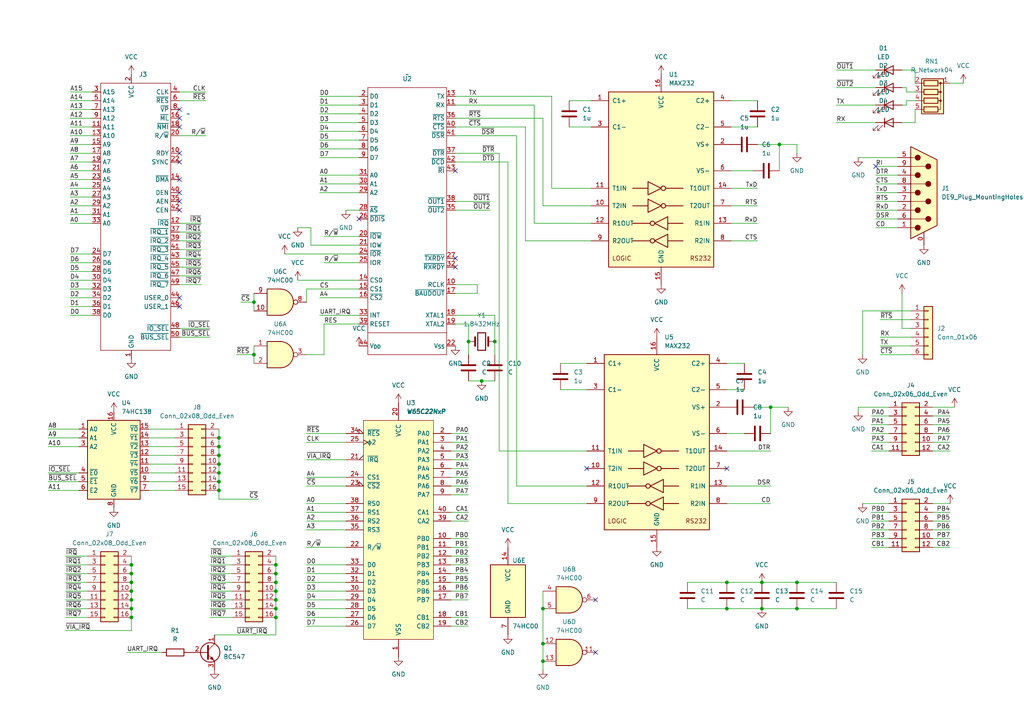
<source format=kicad_sch>
(kicad_sch (version 20230121) (generator eeschema)
  (paper "A4")
  (title_block (date "2023-12-28") (rev "B"))
  (junction (at 38.1 163.83))
  (junction (at 210.82 176.53))
  (junction (at 80.01 168.91))
  (junction (at 80.01 163.83))
  (junction (at 63.5 142.24))
  (junction (at 63.5 129.54))
  (junction (at 38.1 179.07))
  (junction (at 38.1 166.37))
  (junction (at 223.52 118.11))
  (junction (at 157.48 176.53))
  (junction (at 63.5 137.16))
  (junction (at 80.01 176.53))
  (junction (at 63.5 127))
  (junction (at 210.82 168.91))
  (junction (at 73.66 102.87))
  (junction (at 139.7 110.49))
  (junction (at 157.48 191.77))
  (junction (at 80.01 171.45))
  (junction (at 63.5 134.62))
  (junction (at 38.1 168.91))
  (junction (at 38.1 171.45))
  (junction (at 143.51 99.06))
  (junction (at 38.1 173.99))
  (junction (at 220.98 168.91))
  (junction (at 38.1 176.53))
  (junction (at 63.5 139.7))
  (junction (at 220.98 176.53))
  (junction (at 80.01 173.99))
  (junction (at 63.5 132.08))
  (junction (at 231.14 168.91))
  (junction (at 226.06 41.91))
  (junction (at 73.66 87.63))
  (junction (at 80.01 179.07))
  (junction (at 231.14 176.53))
  (junction (at 80.01 166.37))
  (junction (at 135.89 99.06))
  (junction (at 157.48 186.69))
  (no_connect (at 52.07 60.96))
  (no_connect (at 52.07 36.83))
  (no_connect (at 52.07 44.45))
  (no_connect (at 52.07 86.36))
  (no_connect (at 172.72 173.99))
  (no_connect (at 132.08 49.53))
  (no_connect (at 52.07 31.75))
  (no_connect (at 170.18 135.89))
  (no_connect (at 104.14 63.5))
  (no_connect (at 254 48.26))
  (no_connect (at 52.07 52.07))
  (no_connect (at 132.08 77.47))
  (no_connect (at 52.07 88.9))
  (no_connect (at 52.07 58.42))
  (no_connect (at 52.07 34.29))
  (no_connect (at 132.08 74.93))
  (no_connect (at 52.07 46.99))
  (no_connect (at 210.82 135.89))
  (no_connect (at 172.72 189.23))
  (no_connect (at 52.07 55.88))
  (wire (pts (xy 170.18 140.97) (xy 149.86 140.97)))
  (wire (pts (xy 250.19 146.05) (xy 257.81 146.05)))
  (wire (pts (xy 88.9 140.97) (xy 100.33 140.97)))
  (wire (pts (xy 19.05 166.37) (xy 25.4 166.37)))
  (wire (pts (xy 20.32 86.36) (xy 26.67 86.36)))
  (wire (pts (xy 261.62 85.09) (xy 261.62 95.25)))
  (wire (pts (xy 143.51 91.44) (xy 143.51 99.06)))
  (wire (pts (xy 210.82 176.53) (xy 220.98 176.53)))
  (wire (pts (xy 50.8 132.08) (xy 43.18 132.08)))
  (wire (pts (xy 132.08 27.94) (xy 160.02 27.94)))
  (wire (pts (xy 60.96 163.83) (xy 67.31 163.83)))
  (wire (pts (xy 92.71 35.56) (xy 104.14 35.56)))
  (wire (pts (xy 135.89 138.43) (xy 130.81 138.43)))
  (wire (pts (xy 135.89 110.49) (xy 139.7 110.49)))
  (wire (pts (xy 20.32 59.69) (xy 26.67 59.69)))
  (wire (pts (xy 223.52 146.05) (xy 210.82 146.05)))
  (wire (pts (xy 255.27 102.87) (xy 264.16 102.87)))
  (wire (pts (xy 38.1 171.45) (xy 38.1 173.99)))
  (wire (pts (xy 38.1 166.37) (xy 38.1 168.91)))
  (wire (pts (xy 38.1 173.99) (xy 38.1 176.53)))
  (wire (pts (xy 254 55.88) (xy 260.35 55.88)))
  (wire (pts (xy 52.07 95.25) (xy 60.96 95.25)))
  (wire (pts (xy 138.43 85.09) (xy 132.08 85.09)))
  (wire (pts (xy 92.71 30.48) (xy 104.14 30.48)))
  (wire (pts (xy 162.56 113.03) (xy 170.18 113.03)))
  (wire (pts (xy 93.98 76.2) (xy 104.14 76.2)))
  (wire (pts (xy 20.32 26.67) (xy 26.67 26.67)))
  (wire (pts (xy 160.02 27.94) (xy 160.02 54.61)))
  (wire (pts (xy 20.32 57.15) (xy 26.67 57.15)))
  (wire (pts (xy 88.9 179.07) (xy 100.33 179.07)))
  (wire (pts (xy 144.78 130.81) (xy 144.78 44.45)))
  (wire (pts (xy 80.01 168.91) (xy 80.01 171.45)))
  (wire (pts (xy 261.62 95.25) (xy 264.16 95.25)))
  (wire (pts (xy 132.08 39.37) (xy 149.86 39.37)))
  (wire (pts (xy 58.42 74.93) (xy 52.07 74.93)))
  (wire (pts (xy 219.71 64.77) (xy 212.09 64.77)))
  (wire (pts (xy 63.5 127) (xy 63.5 129.54)))
  (wire (pts (xy 261.62 25.4) (xy 262.89 25.4)))
  (wire (pts (xy 58.42 80.01) (xy 52.07 80.01)))
  (wire (pts (xy 80.01 166.37) (xy 80.01 168.91)))
  (wire (pts (xy 38.1 168.91) (xy 38.1 171.45)))
  (wire (pts (xy 135.89 151.13) (xy 130.81 151.13)))
  (wire (pts (xy 20.32 36.83) (xy 26.67 36.83)))
  (wire (pts (xy 132.08 93.98) (xy 135.89 93.98)))
  (wire (pts (xy 157.48 176.53) (xy 157.48 186.69)))
  (wire (pts (xy 199.39 176.53) (xy 210.82 176.53)))
  (wire (pts (xy 252.73 125.73) (xy 257.81 125.73)))
  (wire (pts (xy 231.14 41.91) (xy 226.06 41.91)))
  (wire (pts (xy 92.71 43.18) (xy 104.14 43.18)))
  (wire (pts (xy 252.73 151.13) (xy 257.81 151.13)))
  (wire (pts (xy 279.4 24.13) (xy 275.59 24.13)))
  (wire (pts (xy 88.9 83.82) (xy 88.9 87.63)))
  (wire (pts (xy 254 53.34) (xy 260.35 53.34)))
  (wire (pts (xy 80.01 176.53) (xy 80.01 179.07)))
  (wire (pts (xy 250.19 90.17) (xy 264.16 90.17)))
  (wire (pts (xy 69.85 87.63) (xy 73.66 87.63)))
  (wire (pts (xy 88.9 151.13) (xy 100.33 151.13)))
  (wire (pts (xy 92.71 27.94) (xy 104.14 27.94)))
  (wire (pts (xy 248.92 45.72) (xy 260.35 45.72)))
  (wire (pts (xy 252.73 153.67) (xy 257.81 153.67)))
  (wire (pts (xy 88.9 102.87) (xy 93.98 102.87)))
  (wire (pts (xy 262.89 26.67) (xy 265.43 26.67)))
  (wire (pts (xy 157.48 191.77) (xy 157.48 194.31)))
  (wire (pts (xy 147.32 146.05) (xy 147.32 46.99)))
  (wire (pts (xy 80.01 179.07) (xy 80.01 184.15)))
  (wire (pts (xy 210.82 168.91) (xy 220.98 168.91)))
  (wire (pts (xy 261.62 20.32) (xy 265.43 20.32)))
  (wire (pts (xy 261.62 30.48) (xy 262.89 30.48)))
  (wire (pts (xy 223.52 140.97) (xy 210.82 140.97)))
  (wire (pts (xy 92.71 50.8) (xy 104.14 50.8)))
  (wire (pts (xy 90.17 66.04) (xy 90.17 71.12)))
  (wire (pts (xy 88.9 163.83) (xy 100.33 163.83)))
  (wire (pts (xy 143.51 102.87) (xy 143.51 99.06)))
  (wire (pts (xy 157.48 34.29) (xy 157.48 59.69)))
  (wire (pts (xy 19.05 179.07) (xy 25.4 179.07)))
  (wire (pts (xy 165.1 29.21) (xy 171.45 29.21)))
  (wire (pts (xy 19.05 176.53) (xy 25.4 176.53)))
  (wire (pts (xy 73.66 100.33) (xy 73.66 102.87)))
  (wire (pts (xy 242.57 25.4) (xy 254 25.4)))
  (wire (pts (xy 275.59 125.73) (xy 270.51 125.73)))
  (wire (pts (xy 275.59 151.13) (xy 270.51 151.13)))
  (wire (pts (xy 88.9 176.53) (xy 100.33 176.53)))
  (wire (pts (xy 157.48 59.69) (xy 171.45 59.69)))
  (wire (pts (xy 60.96 176.53) (xy 67.31 176.53)))
  (wire (pts (xy 248.92 118.11) (xy 248.92 119.38)))
  (wire (pts (xy 13.97 129.54) (xy 22.86 129.54)))
  (wire (pts (xy 135.89 133.35) (xy 130.81 133.35)))
  (wire (pts (xy 62.23 184.15) (xy 80.01 184.15)))
  (wire (pts (xy 93.98 102.87) (xy 93.98 93.98)))
  (wire (pts (xy 220.98 176.53) (xy 231.14 176.53)))
  (wire (pts (xy 135.89 93.98) (xy 135.89 99.06)))
  (wire (pts (xy 13.97 142.24) (xy 22.86 142.24)))
  (wire (pts (xy 275.59 146.05) (xy 270.51 146.05)))
  (wire (pts (xy 20.32 34.29) (xy 26.67 34.29)))
  (wire (pts (xy 20.32 46.99) (xy 26.67 46.99)))
  (wire (pts (xy 59.69 26.67) (xy 52.07 26.67)))
  (wire (pts (xy 223.52 118.11) (xy 228.6 118.11)))
  (wire (pts (xy 38.1 163.83) (xy 38.1 166.37)))
  (wire (pts (xy 20.32 88.9) (xy 26.67 88.9)))
  (wire (pts (xy 132.08 46.99) (xy 147.32 46.99)))
  (wire (pts (xy 19.05 173.99) (xy 25.4 173.99)))
  (wire (pts (xy 20.32 73.66) (xy 26.67 73.66)))
  (wire (pts (xy 63.5 124.46) (xy 63.5 127)))
  (wire (pts (xy 19.05 168.91) (xy 25.4 168.91)))
  (wire (pts (xy 242.57 30.48) (xy 254 30.48)))
  (wire (pts (xy 60.96 161.29) (xy 67.31 161.29)))
  (wire (pts (xy 58.42 67.31) (xy 52.07 67.31)))
  (wire (pts (xy 132.08 58.42) (xy 142.24 58.42)))
  (wire (pts (xy 80.01 163.83) (xy 80.01 166.37)))
  (wire (pts (xy 50.8 127) (xy 43.18 127)))
  (wire (pts (xy 60.96 166.37) (xy 67.31 166.37)))
  (wire (pts (xy 135.89 181.61) (xy 130.81 181.61)))
  (wire (pts (xy 73.66 102.87) (xy 73.66 105.41)))
  (wire (pts (xy 135.89 102.87) (xy 135.89 99.06)))
  (wire (pts (xy 50.8 142.24) (xy 43.18 142.24)))
  (wire (pts (xy 100.33 60.96) (xy 104.14 60.96)))
  (wire (pts (xy 80.01 171.45) (xy 80.01 173.99)))
  (wire (pts (xy 80.01 161.29) (xy 80.01 163.83)))
  (wire (pts (xy 135.89 140.97) (xy 130.81 140.97)))
  (wire (pts (xy 257.81 118.11) (xy 248.92 118.11)))
  (wire (pts (xy 92.71 38.1) (xy 104.14 38.1)))
  (wire (pts (xy 88.9 166.37) (xy 100.33 166.37)))
  (wire (pts (xy 135.89 158.75) (xy 130.81 158.75)))
  (wire (pts (xy 132.08 44.45) (xy 144.78 44.45)))
  (wire (pts (xy 231.14 168.91) (xy 242.57 168.91)))
  (wire (pts (xy 135.89 143.51) (xy 130.81 143.51)))
  (wire (pts (xy 135.89 130.81) (xy 130.81 130.81)))
  (wire (pts (xy 254 48.26) (xy 260.35 48.26)))
  (wire (pts (xy 92.71 53.34) (xy 104.14 53.34)))
  (wire (pts (xy 152.4 69.85) (xy 171.45 69.85)))
  (wire (pts (xy 20.32 41.91) (xy 26.67 41.91)))
  (wire (pts (xy 92.71 91.44) (xy 104.14 91.44)))
  (wire (pts (xy 135.89 156.21) (xy 130.81 156.21)))
  (wire (pts (xy 38.1 161.29) (xy 38.1 163.83)))
  (wire (pts (xy 165.1 36.83) (xy 171.45 36.83)))
  (wire (pts (xy 199.39 168.91) (xy 210.82 168.91)))
  (wire (pts (xy 132.08 36.83) (xy 152.4 36.83)))
  (wire (pts (xy 88.9 125.73) (xy 100.33 125.73)))
  (wire (pts (xy 20.32 31.75) (xy 26.67 31.75)))
  (wire (pts (xy 255.27 100.33) (xy 264.16 100.33)))
  (wire (pts (xy 92.71 33.02) (xy 104.14 33.02)))
  (wire (pts (xy 255.27 97.79) (xy 264.16 97.79)))
  (wire (pts (xy 19.05 163.83) (xy 25.4 163.83)))
  (wire (pts (xy 170.18 146.05) (xy 147.32 146.05)))
  (wire (pts (xy 215.9 125.73) (xy 210.82 125.73)))
  (wire (pts (xy 212.09 59.69) (xy 219.71 59.69)))
  (wire (pts (xy 265.43 35.56) (xy 265.43 31.75)))
  (wire (pts (xy 152.4 36.83) (xy 152.4 69.85)))
  (wire (pts (xy 92.71 40.64) (xy 104.14 40.64)))
  (wire (pts (xy 275.59 120.65) (xy 270.51 120.65)))
  (wire (pts (xy 252.73 128.27) (xy 257.81 128.27)))
  (wire (pts (xy 93.98 93.98) (xy 104.14 93.98)))
  (wire (pts (xy 254 60.96) (xy 260.35 60.96)))
  (wire (pts (xy 63.5 132.08) (xy 63.5 134.62)))
  (wire (pts (xy 275.59 153.67) (xy 270.51 153.67)))
  (wire (pts (xy 20.32 81.28) (xy 26.67 81.28)))
  (wire (pts (xy 90.17 66.04) (xy 86.36 66.04)))
  (wire (pts (xy 20.32 91.44) (xy 26.67 91.44)))
  (wire (pts (xy 252.73 120.65) (xy 257.81 120.65)))
  (wire (pts (xy 60.96 171.45) (xy 67.31 171.45)))
  (wire (pts (xy 135.89 125.73) (xy 130.81 125.73)))
  (wire (pts (xy 149.86 140.97) (xy 149.86 39.37)))
  (wire (pts (xy 154.94 30.48) (xy 154.94 64.77)))
  (wire (pts (xy 254 63.5) (xy 260.35 63.5)))
  (wire (pts (xy 20.32 54.61) (xy 26.67 54.61)))
  (wire (pts (xy 157.48 171.45) (xy 157.48 176.53)))
  (wire (pts (xy 219.71 29.21) (xy 212.09 29.21)))
  (wire (pts (xy 139.7 110.49) (xy 143.51 110.49)))
  (wire (pts (xy 58.42 64.77) (xy 52.07 64.77)))
  (wire (pts (xy 252.73 123.19) (xy 257.81 123.19)))
  (wire (pts (xy 218.44 118.11) (xy 223.52 118.11)))
  (wire (pts (xy 265.43 20.32) (xy 265.43 24.13)))
  (wire (pts (xy 219.71 36.83) (xy 212.09 36.83)))
  (wire (pts (xy 135.89 161.29) (xy 130.81 161.29)))
  (wire (pts (xy 275.59 156.21) (xy 270.51 156.21)))
  (wire (pts (xy 135.89 173.99) (xy 130.81 173.99)))
  (wire (pts (xy 88.9 181.61) (xy 100.33 181.61)))
  (wire (pts (xy 63.5 137.16) (xy 63.5 139.7)))
  (wire (pts (xy 132.08 91.44) (xy 143.51 91.44)))
  (wire (pts (xy 162.56 105.41) (xy 170.18 105.41)))
  (wire (pts (xy 231.14 176.53) (xy 242.57 176.53)))
  (wire (pts (xy 218.44 49.53) (xy 212.09 49.53)))
  (wire (pts (xy 138.43 82.55) (xy 138.43 85.09)))
  (wire (pts (xy 92.71 45.72) (xy 104.14 45.72)))
  (wire (pts (xy 254 58.42) (xy 260.35 58.42)))
  (wire (pts (xy 254 66.04) (xy 260.35 66.04)))
  (wire (pts (xy 20.32 39.37) (xy 26.67 39.37)))
  (wire (pts (xy 132.08 82.55) (xy 138.43 82.55)))
  (wire (pts (xy 38.1 176.53) (xy 38.1 179.07)))
  (wire (pts (xy 58.42 82.55) (xy 52.07 82.55)))
  (wire (pts (xy 226.06 41.91) (xy 226.06 49.53)))
  (wire (pts (xy 19.05 161.29) (xy 25.4 161.29)))
  (wire (pts (xy 242.57 35.56) (xy 254 35.56)))
  (wire (pts (xy 88.9 128.27) (xy 100.33 128.27)))
  (wire (pts (xy 252.73 148.59) (xy 257.81 148.59)))
  (wire (pts (xy 157.48 186.69) (xy 157.48 191.77)))
  (wire (pts (xy 58.42 69.85) (xy 52.07 69.85)))
  (wire (pts (xy 154.94 64.77) (xy 171.45 64.77)))
  (wire (pts (xy 20.32 62.23) (xy 26.67 62.23)))
  (wire (pts (xy 220.98 168.91) (xy 231.14 168.91)))
  (wire (pts (xy 20.32 76.2) (xy 26.67 76.2)))
  (wire (pts (xy 276.86 118.11) (xy 270.51 118.11)))
  (wire (pts (xy 262.89 25.4) (xy 262.89 26.67)))
  (wire (pts (xy 63.5 142.24) (xy 63.5 144.78)))
  (wire (pts (xy 73.66 87.63) (xy 73.66 90.17)))
  (wire (pts (xy 13.97 139.7) (xy 22.86 139.7)))
  (wire (pts (xy 93.98 68.58) (xy 104.14 68.58)))
  (wire (pts (xy 219.71 41.91) (xy 226.06 41.91)))
  (wire (pts (xy 223.52 118.11) (xy 223.52 125.73)))
  (wire (pts (xy 212.09 54.61) (xy 219.71 54.61)))
  (wire (pts (xy 88.9 146.05) (xy 100.33 146.05)))
  (wire (pts (xy 262.89 29.21) (xy 265.43 29.21)))
  (wire (pts (xy 252.73 158.75) (xy 257.81 158.75)))
  (wire (pts (xy 255.27 92.71) (xy 264.16 92.71)))
  (wire (pts (xy 13.97 127) (xy 22.86 127)))
  (wire (pts (xy 275.59 148.59) (xy 270.51 148.59)))
  (wire (pts (xy 63.5 144.78) (xy 74.93 144.78)))
  (wire (pts (xy 88.9 138.43) (xy 100.33 138.43)))
  (wire (pts (xy 63.5 129.54) (xy 63.5 132.08)))
  (wire (pts (xy 68.58 102.87) (xy 73.66 102.87)))
  (wire (pts (xy 215.9 113.03) (xy 210.82 113.03)))
  (wire (pts (xy 20.32 44.45) (xy 26.67 44.45)))
  (wire (pts (xy 160.02 54.61) (xy 171.45 54.61)))
  (wire (pts (xy 135.89 135.89) (xy 130.81 135.89)))
  (wire (pts (xy 275.59 128.27) (xy 270.51 128.27)))
  (wire (pts (xy 13.97 124.46) (xy 22.86 124.46)))
  (wire (pts (xy 170.18 130.81) (xy 144.78 130.81)))
  (wire (pts (xy 88.9 133.35) (xy 100.33 133.35)))
  (wire (pts (xy 20.32 49.53) (xy 26.67 49.53)))
  (wire (pts (xy 63.5 139.7) (xy 63.5 142.24)))
  (wire (pts (xy 104.14 71.12) (xy 90.17 71.12)))
  (wire (pts (xy 88.9 148.59) (xy 100.33 148.59)))
  (wire (pts (xy 252.73 156.21) (xy 257.81 156.21)))
  (wire (pts (xy 135.89 128.27) (xy 130.81 128.27)))
  (wire (pts (xy 20.32 78.74) (xy 26.67 78.74)))
  (wire (pts (xy 135.89 166.37) (xy 130.81 166.37)))
  (wire (pts (xy 20.32 29.21) (xy 26.67 29.21)))
  (wire (pts (xy 20.32 52.07) (xy 26.67 52.07)))
  (wire (pts (xy 210.82 130.81) (xy 223.52 130.81)))
  (wire (pts (xy 52.07 97.79) (xy 60.96 97.79)))
  (wire (pts (xy 132.08 60.96) (xy 142.24 60.96)))
  (wire (pts (xy 135.89 179.07) (xy 130.81 179.07)))
  (wire (pts (xy 13.97 137.16) (xy 22.86 137.16)))
  (wire (pts (xy 231.14 44.45) (xy 231.14 41.91)))
  (wire (pts (xy 254 50.8) (xy 260.35 50.8)))
  (wire (pts (xy 63.5 134.62) (xy 63.5 137.16)))
  (wire (pts (xy 50.8 124.46) (xy 43.18 124.46)))
  (wire (pts (xy 252.73 130.81) (xy 257.81 130.81)))
  (wire (pts (xy 20.32 64.77) (xy 26.67 64.77)))
  (wire (pts (xy 86.36 81.28) (xy 104.14 81.28)))
  (wire (pts (xy 80.01 173.99) (xy 80.01 176.53)))
  (wire (pts (xy 52.07 29.21) (xy 59.69 29.21)))
  (wire (pts (xy 92.71 86.36) (xy 104.14 86.36)))
  (wire (pts (xy 242.57 20.32) (xy 254 20.32)))
  (wire (pts (xy 73.66 85.09) (xy 73.66 87.63)))
  (wire (pts (xy 104.14 83.82) (xy 88.9 83.82)))
  (wire (pts (xy 88.9 168.91) (xy 100.33 168.91)))
  (wire (pts (xy 50.8 129.54) (xy 43.18 129.54)))
  (wire (pts (xy 275.59 158.75) (xy 270.51 158.75)))
  (wire (pts (xy 19.05 171.45) (xy 25.4 171.45)))
  (wire (pts (xy 50.8 134.62) (xy 43.18 134.62)))
  (wire (pts (xy 135.89 168.91) (xy 130.81 168.91)))
  (wire (pts (xy 58.42 77.47) (xy 52.07 77.47)))
  (wire (pts (xy 275.59 130.81) (xy 270.51 130.81)))
  (wire (pts (xy 38.1 182.88) (xy 19.05 182.88)))
  (wire (pts (xy 132.08 34.29) (xy 157.48 34.29)))
  (wire (pts (xy 50.8 137.16) (xy 43.18 137.16)))
  (wire (pts (xy 60.96 173.99) (xy 67.31 173.99)))
  (wire (pts (xy 212.09 69.85) (xy 219.71 69.85)))
  (wire (pts (xy 82.55 73.66) (xy 104.14 73.66)))
  (wire (pts (xy 52.07 39.37) (xy 59.69 39.37)))
  (wire (pts (xy 58.42 72.39) (xy 52.07 72.39)))
  (wire (pts (xy 250.19 102.87) (xy 250.19 90.17)))
  (wire (pts (xy 88.9 173.99) (xy 100.33 173.99)))
  (wire (pts (xy 262.89 30.48) (xy 262.89 29.21)))
  (wire (pts (xy 132.08 30.48) (xy 154.94 30.48)))
  (wire (pts (xy 20.32 83.82) (xy 26.67 83.82)))
  (wire (pts (xy 261.62 35.56) (xy 265.43 35.56)))
  (wire (pts (xy 275.59 123.19) (xy 270.51 123.19)))
  (wire (pts (xy 50.8 139.7) (xy 43.18 139.7)))
  (wire (pts (xy 60.96 168.91) (xy 67.31 168.91)))
  (wire (pts (xy 60.96 179.07) (xy 67.31 179.07)))
  (wire (pts (xy 135.89 171.45) (xy 130.81 171.45)))
  (wire (pts (xy 88.9 171.45) (xy 100.33 171.45)))
  (wire (pts (xy 38.1 179.07) (xy 38.1 182.88)))
  (wire (pts (xy 36.83 189.23) (xy 46.99 189.23)))
  (wire (pts (xy 88.9 153.67) (xy 100.33 153.67)))
  (wire (pts (xy 135.89 163.83) (xy 130.81 163.83)))
  (wire (pts (xy 92.71 55.88) (xy 104.14 55.88)))
  (wire (pts (xy 135.89 148.59) (xy 130.81 148.59)))
  (wire (pts (xy 88.9 158.75) (xy 100.33 158.75)))
  (wire (pts (xy 215.9 105.41) (xy 210.82 105.41)))
  (label "TX" (at 242.57 30.48 0))
  (label "PA4" (at 135.89 135.89 180))
  (label "~{RES}" (at 68.58 102.87 0))
  (label "RI" (at 254 48.26 0))
  (label "RxD" (at 219.71 64.77 180))
  (label "~{IRQ}" (at 19.05 161.29 0))
  (label "TX" (at 135.89 27.94 0))
  (label "PA7" (at 275.59 128.27 180))
  (label "D6" (at 88.9 179.07 0))
  (label "PA2" (at 252.73 125.73 0))
  (label "D4" (at 92.71 38.1 0))
  (label "~{CS}" (at 88.9 140.97 0))
  (label "~{IRQ1}" (at 60.96 163.83 0))
  (label "A10" (at 20.32 39.37 0))
  (label "A14" (at 20.32 29.21 0))
  (label "A0" (at 88.9 146.05 0))
  (label "A11" (at 20.32 36.83 0))
  (label "D1" (at 88.9 166.37 0))
  (label "CS" (at 92.71 83.82 0))
  (label "~{CS}" (at 74.93 144.78 180))
  (label "~{IRQ6}" (at 58.42 80.01 180))
  (label "CLK" (at 88.9 128.27 0))
  (label "~{RTS}" (at 135.89 34.29 0))
  (label "PA1" (at 252.73 123.19 0))
  (label "PB3" (at 252.73 156.21 0))
  (label "~{IRQ2}" (at 19.05 166.37 0))
  (label "PB3" (at 135.89 163.83 180))
  (label "A2" (at 92.71 55.88 0))
  (label "PB2" (at 135.89 161.29 180))
  (label "~{VIA_IRQ}" (at 19.05 182.88 0))
  (label "~{IRQ7}" (at 58.42 82.55 180))
  (label "A5" (at 20.32 52.07 0))
  (label "~{IO_SEL}" (at 13.97 137.16 0))
  (label "PB0" (at 252.73 148.59 0))
  (label "~{BUS_SEL}" (at 13.97 139.7 0))
  (label "~{IO_SEL}" (at 60.96 95.25 180))
  (label "PB5" (at 135.89 168.91 180))
  (label "CTS" (at 219.71 69.85 180))
  (label "TxD" (at 219.71 54.61 180))
  (label "RTS" (at 254 58.42 0))
  (label "~{IRQ6}" (at 19.05 176.53 0))
  (label "RTS" (at 219.71 59.69 180))
  (label "~{DTR}" (at 143.51 44.45 180))
  (label "PB1" (at 135.89 158.75 180))
  (label "~{CS}" (at 69.85 87.63 0))
  (label "DSR" (at 254 63.5 0))
  (label "PB1" (at 252.73 151.13 0))
  (label "D6" (at 20.32 76.2 0))
  (label "~{IRQ6}" (at 60.96 176.53 0))
  (label "~{DTD}" (at 143.51 46.99 180))
  (label "D4" (at 88.9 173.99 0))
  (label "CB2" (at 275.59 158.75 180))
  (label "A10" (at 13.97 129.54 0))
  (label "CD" (at 254 66.04 0))
  (label "PA0" (at 252.73 120.65 0))
  (label "PB5" (at 275.59 151.13 180))
  (label "~{IRQ5}" (at 58.42 77.47 180))
  (label "R{slash}~{W}" (at 59.69 39.37 180))
  (label "D5" (at 20.32 78.74 0))
  (label "~{OUT2}" (at 242.57 25.4 0))
  (label "PA3" (at 135.89 133.35 180))
  (label "D2" (at 20.32 86.36 0))
  (label "RX" (at 255.27 97.79 0))
  (label "CA2" (at 135.89 151.13 180))
  (label "A4" (at 88.9 138.43 0))
  (label "UART_IRQ" (at 36.83 189.23 0))
  (label "PB4" (at 135.89 166.37 180))
  (label "PA5" (at 135.89 138.43 180))
  (label "~{IRQ}" (at 60.96 161.29 0))
  (label "~{IRQ3}" (at 19.05 168.91 0))
  (label "~{RTS}" (at 255.27 92.71 0))
  (label "~{UART_IRQ}" (at 68.58 184.15 0))
  (label "R{slash}~{W}" (at 93.98 76.2 0))
  (label "A2" (at 88.9 151.13 0))
  (label "CTS" (at 254 53.34 0))
  (label "CA1" (at 252.73 130.81 0))
  (label "PA2" (at 135.89 130.81 180))
  (label "D2" (at 88.9 168.91 0))
  (label "~{IRQ4}" (at 58.42 74.93 180))
  (label "A6" (at 20.32 49.53 0))
  (label "CA1" (at 135.89 148.59 180))
  (label "~{CTS}" (at 135.89 36.83 0))
  (label "PB0" (at 135.89 156.21 180))
  (label "D7" (at 20.32 73.66 0))
  (label "A9" (at 13.97 127 0))
  (label "~{IRQ3}" (at 58.42 72.39 180))
  (label "A1" (at 88.9 148.59 0))
  (label "~{IRQ4}" (at 19.05 171.45 0))
  (label "~{CTS}" (at 255.27 102.87 0))
  (label "A3" (at 20.32 57.15 0))
  (label "A0" (at 20.32 64.77 0))
  (label "~{OUT1}" (at 142.24 58.42 180))
  (label "D5" (at 92.71 40.64 0))
  (label "D3" (at 92.71 35.56 0))
  (label "A4" (at 20.32 54.61 0))
  (label "PA3" (at 252.73 128.27 0))
  (label "D0" (at 20.32 91.44 0))
  (label "~{IRQ3}" (at 60.96 168.91 0))
  (label "D2" (at 92.71 33.02 0))
  (label "CB2" (at 135.89 181.61 180))
  (label "~{IRQ1}" (at 19.05 163.83 0))
  (label "PB7" (at 275.59 156.21 180))
  (label "A8" (at 20.32 44.45 0))
  (label "~{IRQ7}" (at 19.05 179.07 0))
  (label "RxD" (at 254 60.96 0))
  (label "RX" (at 135.89 30.48 0))
  (label "~{RES}" (at 59.69 29.21 180))
  (label "~{BUS_SEL}" (at 60.96 97.79 180))
  (label "~{RES}" (at 88.9 125.73 0))
  (label "DTR" (at 254 50.8 0))
  (label "D6" (at 92.71 43.18 0))
  (label "PA1" (at 135.89 128.27 180))
  (label "D4" (at 20.32 81.28 0))
  (label "D7" (at 88.9 181.61 0))
  (label "A13" (at 20.32 31.75 0))
  (label "PA5" (at 275.59 123.19 180))
  (label "A3" (at 88.9 153.67 0))
  (label "~{IRQ5}" (at 19.05 173.99 0))
  (label "PA7" (at 135.89 143.51 180))
  (label "~{IRQ7}" (at 60.96 179.07 0))
  (label "D7" (at 92.71 45.72 0))
  (label "~{IRQ2}" (at 60.96 166.37 0))
  (label "PB2" (at 252.73 153.67 0))
  (label "PB6" (at 275.59 153.67 180))
  (label "D5" (at 88.9 176.53 0))
  (label "PA0" (at 135.89 125.73 180))
  (label "DTR" (at 223.52 130.81 180))
  (label "D0" (at 88.9 163.83 0))
  (label "D3" (at 20.32 83.82 0))
  (label "A12" (at 20.32 34.29 0))
  (label "PA6" (at 275.59 125.73 180))
  (label "PB6" (at 135.89 171.45 180))
  (label "~{IRQ}" (at 58.42 64.77 180))
  (label "A4" (at 92.71 86.36 0))
  (label "RX" (at 242.57 35.56 0))
  (label "A2" (at 20.32 59.69 0))
  (label "TX" (at 255.27 100.33 0))
  (label "TxD" (at 254 55.88 0))
  (label "~{IRQ4}" (at 60.96 171.45 0))
  (label "A1" (at 92.71 53.34 0))
  (label "PB4" (at 275.59 148.59 180))
  (label "~{IRQ5}" (at 60.96 173.99 0))
  (label "CA2" (at 275.59 130.81 180))
  (label "~{OUT2}" (at 142.24 60.96 180))
  (label "~{OUT1}" (at 242.57 20.32 0))
  (label "D3" (at 88.9 171.45 0))
  (label "~{VIA_IRQ}" (at 88.9 133.35 0))
  (label "A1" (at 20.32 62.23 0))
  (label "D0" (at 92.71 27.94 0))
  (label "A7" (at 20.32 46.99 0))
  (label "PA4" (at 275.59 120.65 180))
  (label "DSR" (at 223.52 140.97 180))
  (label "A8" (at 13.97 124.46 0))
  (label "A11" (at 13.97 142.24 0))
  (label "A15" (at 20.32 26.67 0))
  (label "CLK" (at 59.69 26.67 180))
  (label "RES" (at 93.98 93.98 0))
  (label "~{IRQ2}" (at 58.42 69.85 180))
  (label "~{DSR}" (at 143.51 39.37 180))
  (label "R{slash}~{W}" (at 88.9 158.75 0))
  (label "D1" (at 92.71 30.48 0))
  (label "CD" (at 223.52 146.05 180))
  (label "~{IRQ1}" (at 58.42 67.31 180))
  (label "D1" (at 20.32 88.9 0))
  (label "CB1" (at 252.73 158.75 0))
  (label "PA6" (at 135.89 140.97 180))
  (label "R{slash}~{W}" (at 93.98 68.58 0))
  (label "CB1" (at 135.89 179.07 180))
  (label "UART_IRQ" (at 92.71 91.44 0))
  (label "A9" (at 20.32 41.91 0))
  (label "A0" (at 92.71 50.8 0))
  (label "PB7" (at 135.89 173.99 180))
  (symbol (lib_id "power:GND") (at 132.08 100.33 0) (unit 1)
    (property "Reference" "#PWR08" (effects hide))
    (property "Value" "GND" (at 132.08 105.41 0))
  )
  (symbol (lib_id "Connector:DE9_Plug_MountingHoles") (at 267.97 55.88 0) (unit 1)
    (property "Reference" "J1" (at 273.05 54.61 0) (effects (justify left)))
    (property "Value" "DE9_Plug_MountingHoles" (at 273.05 57.15 0) (effects (justify left)))
    (property "Footprint" "Connector_Dsub:DSUB-9_Male_Horizontal_P2.77x2.84mm_EdgePinOffset4.94mm_Housed_MountingHolesOffset7.48mm" (effects hide))
    (property "Datasheet" " ~" (effects hide))
  )
  (symbol (lib_id "Device:C") (at 162.56 109.22 0) (unit 1)
    (property "Reference" "C3" (at 166.37 107.95 0) (effects (justify left)))
    (property "Value" "1u" (at 166.37 110.49 0) (effects (justify left)))
    (property "Footprint" "Capacitor_THT:C_Disc_D5.0mm_W2.5mm_P5.00mm" (effects hide))
  )
  (symbol (lib_id "power:GND") (at 248.92 119.38 0) (unit 1)
    (property "Reference" "#PWR017" (effects hide))
    (property "Value" "GND" (at 248.92 124.46 0))
  )
  (symbol (lib_id "power:VCC") (at 190.5 97.79 0) (unit 1)
    (property "Reference" "#PWR023" (effects hide))
    (property "Value" "VCC" (at 190.5 92.71 0))
  )
  (symbol (lib_id "Device:C") (at 219.71 33.02 0) (unit 1)
    (property "Reference" "C2" (at 223.52 31.75 0) (effects (justify left)))
    (property "Value" "1u" (at 223.52 34.29 0) (effects (justify left)))
    (property "Footprint" "Capacitor_THT:C_Disc_D5.0mm_W2.5mm_P5.00mm" (effects hide))
  )
  (symbol (lib_id "power:VCC") (at 82.55 73.66 0) (unit 1)
    (property "Reference" "#PWR013" (effects hide))
    (property "Value" "VCC" (at 82.55 68.58 0))
  )
  (symbol (lib_id "power:VCC") (at 191.77 21.59 0) (unit 1)
    (property "Reference" "#PWR03" (effects hide))
    (property "Value" "VCC" (at 191.77 16.51 0))
  )
  (symbol (lib_id "power:VCC") (at 115.57 116.84 0) (unit 1)
    (property "Reference" "#PWR04" (effects hide))
    (property "Value" "VCC" (at 115.57 111.76 0))
  )
  (symbol (lib_id "power:VCC") (at 279.4 24.13 0) (unit 1)
    (property "Reference" "#PWR030" (effects hide))
    (property "Value" "VCC" (at 279.4 19.05 0))
  )
  (symbol (lib_id "power:GND") (at 191.77 82.55 0) (unit 1)
    (property "Reference" "#PWR06" (effects hide))
    (property "Value" "GND" (at 191.77 87.63 0))
  )
  (symbol (lib_id "power:VCC") (at 261.62 85.09 0) (unit 1)
    (property "Reference" "#PWR022" (effects hide))
    (property "Value" "VCC" (at 261.62 80.01 0))
  )
  (symbol (lib_id "power:GND") (at 147.32 184.15 0) (unit 1)
    (property "Reference" "#PWR029" (effects hide))
    (property "Value" "GND" (at 147.32 189.23 0))
  )
  (symbol (lib_id "Device:C") (at 135.89 106.68 0) (unit 1)
    (property "Reference" "C9" (at 139.7 105.41 0) (effects (justify left)))
    (property "Value" "C" (at 139.7 107.95 0) (effects (justify left)))
    (property "Footprint" "Capacitor_THT:C_Disc_D5.0mm_W2.5mm_P5.00mm" (effects hide))
  )
  (symbol (lib_id "Connector_Generic:Conn_01x06") (at 269.24 95.25 0) (unit 1)
    (property "Reference" "J2" (at 271.78 95.25 0) (effects (justify left)))
    (property "Value" "Conn_01x06" (at 271.78 97.79 0) (effects (justify left)))
    (property "Footprint" "Connector_PinHeader_2.54mm:PinHeader_1x06_P2.54mm_Horizontal" (effects hide))
  )
  (symbol (lib_id "74xx:74HC00") (at 81.28 102.87 0) (unit 1)
    (property "Reference" "U6" (at 81.2717 93.98 0))
    (property "Value" "74HC00" (at 81.2717 96.52 0))
    (property "Footprint" "Package_DIP:DIP-14_W7.62mm" (effects hide))
    (property "Datasheet" "http://www.ti.com/lit/gpn/sn74hc00" (effects hide))
  )
  (symbol (lib_id "power:GND") (at 250.19 146.05 0) (unit 1)
    (property "Reference" "#PWR020" (effects hide))
    (property "Value" "GND" (at 250.19 151.13 0))
  )
  (symbol (lib_id "Device:C") (at 215.9 41.91 90) (unit 1)
    (property "Reference" "C5" (at 215.9 34.29 90))
    (property "Value" "1u" (at 215.9 36.83 90))
    (property "Footprint" "Capacitor_THT:C_Disc_D5.0mm_W2.5mm_P5.00mm" (effects hide))
  )
  (symbol (lib_id "fp65:16550_PLCC") (at 118.11 25.4 0) (unit 1)
    (property "Reference" "U2" (at 118.11 22.86 0))
    (property "Value" "~" (at 118.11 21.59 0))
    (property "Footprint" "Package_LCC:PLCC-44_THT-Socket" (effects hide))
  )
  (symbol (lib_id "Device:C") (at 222.25 49.53 90) (unit 1)
    (property "Reference" "C6" (at 222.25 41.91 90))
    (property "Value" "1u" (at 222.25 44.45 90))
    (property "Footprint" "Capacitor_THT:C_Disc_D5.0mm_W2.5mm_P5.00mm" (effects hide))
  )
  (symbol (lib_id "Device:LED") (at 257.81 25.4 0) (unit 1)
    (property "Reference" "D2" (at 256.2225 19.05 0))
    (property "Value" "LED" (at 256.2225 21.59 0))
    (property "Footprint" "LED_THT:LED_D3.0mm_Horizontal_O1.27mm_Z2.0mm" (effects hide))
  )
  (symbol (lib_id "Connector_Generic:Conn_02x08_Odd_Even") (at 72.39 168.91 0) (unit 1)
    (property "Reference" "J6" (at 73.66 154.94 0))
    (property "Value" "Conn_02x08_Odd_Even" (at 72.39 157.48 0))
    (property "Footprint" "Connector_PinHeader_2.54mm:PinHeader_2x08_P2.54mm_Vertical" (effects hide))
  )
  (symbol (lib_id "power:GND") (at 139.7 110.49 0) (unit 1)
    (property "Reference" "#PWR027" (effects hide))
    (property "Value" "GND" (at 139.7 115.57 0))
  )
  (symbol (lib_id "power:VCC") (at 33.02 119.38 0) (unit 1)
    (property "Reference" "#PWR011" (effects hide))
    (property "Value" "VCC" (at 33.02 114.3 0))
  )
  (symbol (lib_id "power:GND") (at 228.6 118.11 0) (unit 1)
    (property "Reference" "#PWR026" (effects hide))
    (property "Value" "GND" (at 228.6 123.19 0))
  )
  (symbol (lib_id "power:VCC") (at 147.32 158.75 0) (unit 1)
    (property "Reference" "#PWR028" (effects hide))
    (property "Value" "VCC" (at 147.32 153.67 0))
  )
  (symbol (lib_id "74xx:74HC00") (at 147.32 171.45 0) (unit 5)
    (property "Reference" "U6" (at 148.59 162.56 0) (effects (justify left)))
    (property "Value" "74HC00" (at 148.59 181.61 0) (effects (justify left)))
    (property "Footprint" "Package_DIP:DIP-14_W7.62mm" (effects hide))
    (property "Datasheet" "http://www.ti.com/lit/gpn/sn74hc00" (effects hide))
  )
  (symbol (lib_id "Device:R") (at 50.8 189.23 90) (unit 1)
    (property "Reference" "R1" (at 50.8 182.88 90))
    (property "Value" "R" (at 50.8 185.42 90))
    (property "Footprint" "Resistor_THT:R_Axial_DIN0207_L6.3mm_D2.5mm_P10.16mm_Horizontal" (effects hide))
  )
  (symbol (lib_id "power:GND") (at 248.92 45.72 0) (unit 1)
    (property "Reference" "#PWR01" (effects hide))
    (property "Value" "GND" (at 248.92 50.8 0))
  )
  (symbol (lib_id "Device:C") (at 210.82 172.72 0) (unit 1)
    (property "Reference" "C12" (at 214.63 171.45 0) (effects (justify left)))
    (property "Value" "C" (at 214.63 173.99 0) (effects (justify left)))
    (property "Footprint" "Capacitor_THT:C_Disc_D5.0mm_W2.5mm_P5.00mm" (effects hide))
  )
  (symbol (lib_id "power:GND") (at 38.1 104.14 0) (unit 1)
    (property "Reference" "#PWR09" (effects hide))
    (property "Value" "GND" (at 38.1 109.22 0))
  )
  (symbol (lib_id "Device:R_Network04") (at 270.51 29.21 270) (unit 1)
    (property "Reference" "RN1" (at 270.256 17.78 90))
    (property "Value" "R_Network04" (at 270.256 20.32 90))
    (property "Footprint" "Resistor_THT:R_Array_SIP5" (effects hide))
    (property "Datasheet" "http://www.vishay.com/docs/31509/csc.pdf" (effects hide))
  )
  (symbol (lib_id "Device:LED") (at 257.81 20.32 0) (unit 1)
    (property "Reference" "D1" (at 256.2225 13.97 0))
    (property "Value" "LED" (at 256.2225 16.51 0))
    (property "Footprint" "LED_THT:LED_D3.0mm_Horizontal_O1.27mm_Z2.0mm" (effects hide))
  )
  (symbol (lib_id "Connector_Generic:Conn_02x08_Odd_Even") (at 55.88 132.08 0) (unit 1)
    (property "Reference" "J8" (at 57.15 118.11 0))
    (property "Value" "Conn_02x08_Odd_Even" (at 57.15 120.65 0))
    (property "Footprint" "Connector_PinHeader_2.54mm:PinHeader_2x08_P2.54mm_Vertical" (effects hide))
  )
  (symbol (lib_id "power:VCC") (at 86.36 81.28 0) (unit 1)
    (property "Reference" "#PWR015" (effects hide))
    (property "Value" "VCC" (at 86.36 76.2 0))
  )
  (symbol (lib_id "Connector_Generic:Conn_02x06_Odd_Even") (at 262.89 151.13 0) (unit 1)
    (property "Reference" "J5" (at 264.16 139.7 0))
    (property "Value" "Conn_02x06_Odd_Even" (at 264.16 142.24 0))
    (property "Footprint" "Connector_PinHeader_2.54mm:PinHeader_2x06_P2.54mm_Vertical" (effects hide))
  )
  (symbol (lib_id "74xx:74HC138") (at 33.02 134.62 0) (unit 1)
    (property "Reference" "U4" (at 35.2141 116.84 0) (effects (justify left)))
    (property "Value" "74HC138" (at 35.2141 119.38 0) (effects (justify left)))
    (property "Footprint" "Package_DIP:DIP-16_W7.62mm" (effects hide))
    (property "Datasheet" "http://www.ti.com/lit/ds/symlink/cd74hc238.pdf" (effects hide))
  )
  (symbol (lib_id "74xx:74HC00") (at 165.1 189.23 0) (unit 4)
    (property "Reference" "U6" (at 165.0917 180.34 0))
    (property "Value" "74HC00" (at 165.0917 182.88 0))
    (property "Footprint" "Package_DIP:DIP-14_W7.62mm" (effects hide))
    (property "Datasheet" "http://www.ti.com/lit/gpn/sn74hc00" (effects hide))
  )
  (symbol (lib_id "power:GND") (at 220.98 176.53 0) (unit 1)
    (property "Reference" "#PWR031" (effects hide))
    (property "Value" "GND" (at 220.98 181.61 0))
  )
  (symbol (lib_id "Device:C") (at 219.71 125.73 90) (unit 1)
    (property "Reference" "C8" (at 219.71 118.11 90))
    (property "Value" "1u" (at 219.71 120.65 90))
    (property "Footprint" "Capacitor_THT:C_Disc_D5.0mm_W2.5mm_P5.00mm" (effects hide))
  )
  (symbol (lib_id "power:VCC") (at 275.59 146.05 0) (unit 1)
    (property "Reference" "#PWR019" (effects hide))
    (property "Value" "VCC" (at 275.59 140.97 0))
  )
  (symbol (lib_id "power:GND") (at 267.97 71.12 0) (unit 1)
    (property "Reference" "#PWR02" (effects hide))
    (property "Value" "GND" (at 267.97 76.2 0))
  )
  (symbol (lib_id "Device:LED") (at 257.81 30.48 0) (unit 1)
    (property "Reference" "D3" (at 256.2225 24.13 0))
    (property "Value" "LED" (at 256.2225 26.67 0))
    (property "Footprint" "LED_THT:LED_D3.0mm_Horizontal_O1.27mm_Z2.0mm" (effects hide))
  )
  (symbol (lib_id "power:GND") (at 157.48 194.31 0) (unit 1)
    (property "Reference" "#PWR034" (effects hide))
    (property "Value" "GND" (at 157.48 199.39 0))
  )
  (symbol (lib_id "74xx:74HC00") (at 165.1 173.99 0) (unit 2)
    (property "Reference" "U6" (at 165.0917 165.1 0))
    (property "Value" "74HC00" (at 165.0917 167.64 0))
    (property "Footprint" "Package_DIP:DIP-14_W7.62mm" (effects hide))
    (property "Datasheet" "http://www.ti.com/lit/gpn/sn74hc00" (effects hide))
  )
  (symbol (lib_id "power:GND") (at 33.02 147.32 0) (unit 1)
    (property "Reference" "#PWR012" (effects hide))
    (property "Value" "GND" (at 33.02 152.4 0))
  )
  (symbol (lib_id "power:GND") (at 250.19 102.87 0) (unit 1)
    (property "Reference" "#PWR021" (effects hide))
    (property "Value" "GND" (at 250.19 107.95 0))
  )
  (symbol (lib_id "fp65:fp65_backplane") (at 38.1 57.15 0) (unit 1)
    (property "Reference" "J3" (at 40.2941 21.59 0) (effects (justify left)))
    (property "Value" "~" (at 54.61 33.02 0))
    (property "Footprint" "Connector_PinHeader_2.54mm:PinHeader_2x25_P2.54mm_Horizontal" (effects hide))
  )
  (symbol (lib_id "74xx:74HC00") (at 81.28 87.63 0) (unit 3)
    (property "Reference" "U6" (at 81.2717 78.74 0))
    (property "Value" "74HC00" (at 81.2717 81.28 0))
    (property "Footprint" "Package_DIP:DIP-14_W7.62mm" (effects hide))
    (property "Datasheet" "http://www.ti.com/lit/gpn/sn74hc00" (effects hide))
  )
  (symbol (lib_id "Device:C") (at 214.63 118.11 270) (unit 1)
    (property "Reference" "C7" (at 214.63 110.49 90))
    (property "Value" "1u" (at 214.63 113.03 90))
    (property "Footprint" "Capacitor_THT:C_Disc_D5.0mm_W2.5mm_P5.00mm" (effects hide))
  )
  (symbol (lib_id "power:VCC") (at 220.98 168.91 0) (unit 1)
    (property "Reference" "#PWR032" (effects hide))
    (property "Value" "VCC" (at 220.98 163.83 0))
  )
  (symbol (lib_id "power:VCC") (at 276.86 118.11 0) (unit 1)
    (property "Reference" "#PWR018" (effects hide))
    (property "Value" "VCC" (at 276.86 113.03 0))
  )
  (symbol (lib_id "Device:C") (at 242.57 172.72 0) (unit 1)
    (property "Reference" "C15" (at 246.38 171.45 0) (effects (justify left)))
    (property "Value" "C" (at 246.38 173.99 0) (effects (justify left)))
    (property "Footprint" "Capacitor_THT:C_Disc_D5.0mm_W2.5mm_P5.00mm" (effects hide))
  )
  (symbol (lib_id "power:VCC") (at 104.14 100.33 0) (unit 1)
    (property "Reference" "#PWR05" (effects hide))
    (property "Value" "VCC" (at 104.14 95.25 0))
  )
  (symbol (lib_id "power:GND") (at 62.23 194.31 0) (unit 1)
    (property "Reference" "#PWR033" (effects hide))
    (property "Value" "GND" (at 62.23 199.39 0))
  )
  (symbol (lib_id "Device:LED") (at 257.81 35.56 0) (unit 1)
    (property "Reference" "D4" (at 256.2225 29.21 0))
    (property "Value" "LED" (at 256.2225 31.75 0))
    (property "Footprint" "LED_THT:LED_D3.0mm_Horizontal_O1.27mm_Z2.0mm" (effects hide))
  )
  (symbol (lib_id "Interface_UART:MAX232") (at 190.5 128.27 0) (unit 1)
    (property "Reference" "U5" (at 192.6941 97.79 0) (effects (justify left)))
    (property "Value" "MAX232" (at 192.6941 100.33 0) (effects (justify left)))
    (property "Footprint" "Package_DIP:DIP-16_W7.62mm" (effects hide))
    (property "Datasheet" "http://www.ti.com/lit/ds/symlink/max232.pdf" (effects hide))
  )
  (symbol (lib_id "power:GND") (at 190.5 158.75 0) (unit 1)
    (property "Reference" "#PWR024" (effects hide))
    (property "Value" "GND" (at 190.5 163.83 0))
  )
  (symbol (lib_id "Device:C") (at 165.1 33.02 0) (unit 1)
    (property "Reference" "C1" (at 168.91 31.75 0) (effects (justify left)))
    (property "Value" "1u" (at 168.91 34.29 0) (effects (justify left)))
    (property "Footprint" "Capacitor_THT:C_Disc_D5.0mm_W2.5mm_P5.00mm" (effects hide))
  )
  (symbol (lib_id "power:GND") (at 231.14 44.45 0) (unit 1)
    (property "Reference" "#PWR025" (effects hide))
    (property "Value" "GND" (at 231.14 49.53 0))
  )
  (symbol (lib_id "power:VCC") (at 38.1 21.59 0) (unit 1)
    (property "Reference" "#PWR010" (effects hide))
    (property "Value" "VCC" (at 38.1 16.51 0))
  )
  (symbol (lib_id "power:GND") (at 100.33 60.96 0) (unit 1)
    (property "Reference" "#PWR016" (effects hide))
    (property "Value" "GND" (at 100.33 66.04 0))
  )
  (symbol (lib_id "Transistor_BJT:BC547") (at 59.69 189.23 0) (unit 1)
    (property "Reference" "Q1" (at 64.77 187.96 0) (effects (justify left)))
    (property "Value" "BC547" (at 64.77 190.5 0) (effects (justify left)))
    (property "Footprint" "Package_TO_SOT_THT:TO-92_Inline" (effects hide))
    (property "Datasheet" "https://www.onsemi.com/pub/Collateral/BC550-D.pdf" (effects hide))
  )
  (symbol (lib_id "Device:C") (at 220.98 172.72 0) (unit 1)
    (property "Reference" "C13" (at 224.79 171.45 0) (effects (justify left)))
    (property "Value" "C" (at 224.79 173.99 0) (effects (justify left)))
    (property "Footprint" "Capacitor_THT:C_Disc_D5.0mm_W2.5mm_P5.00mm" (effects hide))
  )
  (symbol (lib_id "power:GND") (at 86.36 66.04 0) (unit 1)
    (property "Reference" "#PWR014" (effects hide))
    (property "Value" "GND" (at 86.36 71.12 0))
  )
  (symbol (lib_id "Interface_UART:MAX232") (at 191.77 52.07 0) (unit 1)
    (property "Reference" "U1" (at 193.9641 21.59 0) (effects (justify left)))
    (property "Value" "MAX232" (at 193.9641 24.13 0) (effects (justify left)))
    (property "Footprint" "Package_DIP:DIP-16_W7.62mm" (effects hide))
    (property "Datasheet" "http://www.ti.com/lit/ds/symlink/max232.pdf" (effects hide))
  )
  (symbol (lib_id "Connector_Generic:Conn_02x06_Odd_Even") (at 262.89 123.19 0) (unit 1)
    (property "Reference" "J4" (at 264.16 111.76 0))
    (property "Value" "Conn_02x06_Odd_Even" (at 264.16 114.3 0))
    (property "Footprint" "Connector_PinHeader_2.54mm:PinHeader_2x06_P2.54mm_Vertical" (effects hide))
  )
  (symbol (lib_id "Device:C") (at 215.9 109.22 0) (unit 1)
    (property "Reference" "C4" (at 219.71 107.95 0) (effects (justify left)))
    (property "Value" "1u" (at 219.71 110.49 0) (effects (justify left)))
    (property "Footprint" "Capacitor_THT:C_Disc_D5.0mm_W2.5mm_P5.00mm" (effects hide))
  )
  (symbol (lib_id "Device:C") (at 143.51 106.68 0) (unit 1)
    (property "Reference" "C10" (at 147.32 105.41 0) (effects (justify left)))
    (property "Value" "C" (at 147.32 107.95 0) (effects (justify left)))
    (property "Footprint" "Capacitor_THT:C_Disc_D5.0mm_W2.5mm_P5.00mm" (effects hide))
  )
  (symbol (lib_id "65xx:W65C22NxP") (at 115.57 153.67 0) (unit 1)
    (property "Reference" "U3" (at 117.7641 116.84 0) (effects (justify left)))
    (property "Value" "W65C22NxP" (at 117.7641 119.38 0) (effects (font bold italic) (justify left)))
    (property "Footprint" "Package_DIP:DIP-40_W15.24mm" (effects hide))
    (property "Datasheet" "http://www.westerndesigncenter.com/wdc/documentation/w65c22.pdf" (effects hide))
  )
  (symbol (lib_id "power:GND") (at 115.57 190.5 0) (unit 1)
    (property "Reference" "#PWR07" (effects hide))
    (property "Value" "GND" (at 115.57 195.58 0))
  )
  (symbol (lib_id "Device:C") (at 199.39 172.72 0) (unit 1)
    (property "Reference" "C11" (at 203.2 171.45 0) (effects (justify left)))
    (property "Value" "C" (at 203.2 173.99 0) (effects (justify left)))
    (property "Footprint" "Capacitor_THT:C_Disc_D5.0mm_W2.5mm_P5.00mm" (effects hide))
  )
  (symbol (lib_id "Device:C") (at 231.14 172.72 0) (unit 1)
    (property "Reference" "C14" (at 234.95 171.45 0) (effects (justify left)))
    (property "Value" "C" (at 234.95 173.99 0) (effects (justify left)))
    (property "Footprint" "Capacitor_THT:C_Disc_D5.0mm_W2.5mm_P5.00mm" (effects hide))
  )
  (symbol (lib_id "Device:Crystal") (at 139.7 99.06 0) (unit 1)
    (property "Reference" "Y1" (at 139.7 91.44 0))
    (property "Value" "1.8432MHz" (at 139.7 93.98 0))
    (property "Footprint" "Crystal:Crystal_HC49-U_Vertical" (effects hide))
  )
  (symbol (lib_id "Connector_Generic:Conn_02x08_Odd_Even") (at 30.48 168.91 0) (unit 1)
    (property "Reference" "J7" (at 31.75 154.94 0))
    (property "Value" "Conn_02x08_Odd_Even" (at 31.75 157.48 0))
    (property "Footprint" "Connector_PinHeader_2.54mm:PinHeader_2x08_P2.54mm_Vertical" (effects hide))
  )
)
</source>
